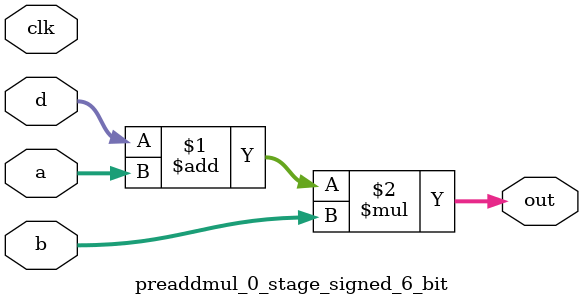
<source format=sv>
(* use_dsp = "yes" *) module preaddmul_0_stage_signed_6_bit(
	input signed [5:0] a,
	input signed [5:0] b,
	input signed [5:0] d,
	output [5:0] out,
	input clk);

	assign out = (d + a) * b;
endmodule

</source>
